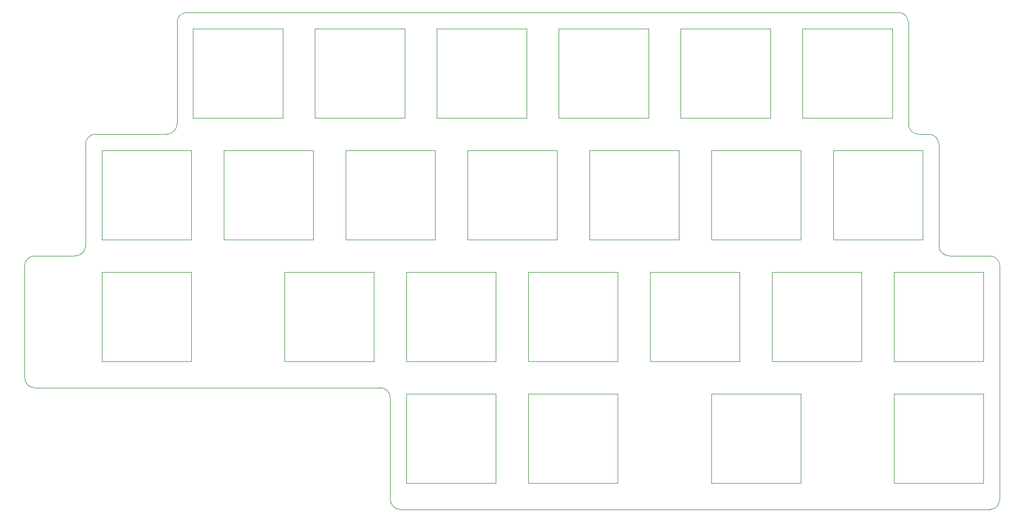
<source format=gm1>
G04 #@! TF.GenerationSoftware,KiCad,Pcbnew,(5.1.10-1-10_14)*
G04 #@! TF.CreationDate,2021-09-11T20:30:58+10:00*
G04 #@! TF.ProjectId,WTL-Split-Plates-Left,57544c2d-5370-46c6-9974-2d506c617465,rev?*
G04 #@! TF.SameCoordinates,Original*
G04 #@! TF.FileFunction,Profile,NP*
%FSLAX46Y46*%
G04 Gerber Fmt 4.6, Leading zero omitted, Abs format (unit mm)*
G04 Created by KiCad (PCBNEW (5.1.10-1-10_14)) date 2021-09-11 20:30:58*
%MOMM*%
%LPD*%
G01*
G04 APERTURE LIST*
G04 #@! TA.AperFunction,Profile*
%ADD10C,0.050000*%
G04 #@! TD*
G04 #@! TA.AperFunction,Profile*
%ADD11C,0.120000*%
G04 #@! TD*
G04 APERTURE END LIST*
D10*
X107950000Y-69850000D02*
X101600000Y-69850000D01*
X109537500Y-52387500D02*
X109537500Y-68262500D01*
X122237500Y-50800000D02*
X111125000Y-50800000D01*
X123825000Y-33337500D02*
X123825000Y-49212500D01*
X236537500Y-31750000D02*
X125412500Y-31750000D01*
X238125000Y-49212500D02*
X238125000Y-33337500D01*
X241300000Y-50800000D02*
X239712500Y-50800000D01*
X242887500Y-68262500D02*
X242887500Y-52387500D01*
X250825000Y-69850000D02*
X244475000Y-69850000D01*
X252412500Y-107950000D02*
X252412500Y-71437500D01*
X158750000Y-109537500D02*
X250825000Y-109537500D01*
X157162500Y-92075000D02*
X157162500Y-107950000D01*
X101600000Y-90487500D02*
X155575000Y-90487500D01*
X158750000Y-109537500D02*
G75*
G02*
X157162500Y-107950000I0J1587500D01*
G01*
X155575000Y-90487500D02*
G75*
G02*
X157162500Y-92075000I0J-1587500D01*
G01*
X100012500Y-71437500D02*
X100012500Y-88900000D01*
X101600000Y-90487500D02*
G75*
G02*
X100012500Y-88900000I0J1587500D01*
G01*
X100012500Y-71437500D02*
G75*
G02*
X101600000Y-69850000I1587500J0D01*
G01*
X109537500Y-68262500D02*
G75*
G02*
X107950000Y-69850000I-1587500J0D01*
G01*
X109537500Y-52387500D02*
G75*
G02*
X111125000Y-50800000I1587500J0D01*
G01*
X123825000Y-49212500D02*
G75*
G02*
X122237500Y-50800000I-1587500J0D01*
G01*
X123825000Y-33337500D02*
G75*
G02*
X125412500Y-31750000I1587500J0D01*
G01*
X236537500Y-31750000D02*
G75*
G02*
X238125000Y-33337500I0J-1587500D01*
G01*
X239712500Y-50800000D02*
G75*
G02*
X238125000Y-49212500I0J1587500D01*
G01*
X241300000Y-50800000D02*
G75*
G02*
X242887500Y-52387500I0J-1587500D01*
G01*
X244475000Y-69850000D02*
G75*
G02*
X242887500Y-68262500I0J1587500D01*
G01*
X250825000Y-69850000D02*
G75*
G02*
X252412500Y-71437500I0J-1587500D01*
G01*
X252412500Y-107950000D02*
G75*
G02*
X250825000Y-109537500I-1587500J0D01*
G01*
D11*
X207312500Y-91425000D02*
X207312500Y-105425000D01*
X207312500Y-105425000D02*
X221312500Y-105425000D01*
X221312500Y-105425000D02*
X221312500Y-91425000D01*
X221312500Y-91425000D02*
X207312500Y-91425000D01*
X235887500Y-91425000D02*
X235887500Y-105425000D01*
X235887500Y-105425000D02*
X249887500Y-105425000D01*
X249887500Y-105425000D02*
X249887500Y-91425000D01*
X249887500Y-91425000D02*
X235887500Y-91425000D01*
X159687500Y-91425000D02*
X159687500Y-105425000D01*
X159687500Y-105425000D02*
X173687500Y-105425000D01*
X173687500Y-105425000D02*
X173687500Y-91425000D01*
X173687500Y-91425000D02*
X159687500Y-91425000D01*
X178737500Y-91425000D02*
X178737500Y-105425000D01*
X178737500Y-105425000D02*
X192737500Y-105425000D01*
X192737500Y-105425000D02*
X192737500Y-91425000D01*
X192737500Y-91425000D02*
X178737500Y-91425000D01*
X112062500Y-72375000D02*
X112062500Y-86375000D01*
X112062500Y-86375000D02*
X126062500Y-86375000D01*
X126062500Y-86375000D02*
X126062500Y-72375000D01*
X126062500Y-72375000D02*
X112062500Y-72375000D01*
X112062500Y-53325000D02*
X112062500Y-67325000D01*
X112062500Y-67325000D02*
X126062500Y-67325000D01*
X126062500Y-67325000D02*
X126062500Y-53325000D01*
X126062500Y-53325000D02*
X112062500Y-53325000D01*
X235887500Y-72375000D02*
X235887500Y-86375000D01*
X235887500Y-86375000D02*
X249887500Y-86375000D01*
X249887500Y-86375000D02*
X249887500Y-72375000D01*
X249887500Y-72375000D02*
X235887500Y-72375000D01*
X216837500Y-72375000D02*
X216837500Y-86375000D01*
X216837500Y-86375000D02*
X230837500Y-86375000D01*
X230837500Y-86375000D02*
X230837500Y-72375000D01*
X230837500Y-72375000D02*
X216837500Y-72375000D01*
X159687500Y-72375000D02*
X159687500Y-86375000D01*
X159687500Y-86375000D02*
X173687500Y-86375000D01*
X173687500Y-86375000D02*
X173687500Y-72375000D01*
X173687500Y-72375000D02*
X159687500Y-72375000D01*
X140637500Y-72375000D02*
X140637500Y-86375000D01*
X140637500Y-86375000D02*
X154637500Y-86375000D01*
X154637500Y-86375000D02*
X154637500Y-72375000D01*
X154637500Y-72375000D02*
X140637500Y-72375000D01*
X197787500Y-72375000D02*
X197787500Y-86375000D01*
X197787500Y-86375000D02*
X211787500Y-86375000D01*
X211787500Y-86375000D02*
X211787500Y-72375000D01*
X211787500Y-72375000D02*
X197787500Y-72375000D01*
X178737500Y-72375000D02*
X178737500Y-86375000D01*
X178737500Y-86375000D02*
X192737500Y-86375000D01*
X192737500Y-86375000D02*
X192737500Y-72375000D01*
X192737500Y-72375000D02*
X178737500Y-72375000D01*
X226362500Y-53325000D02*
X226362500Y-67325000D01*
X226362500Y-67325000D02*
X240362500Y-67325000D01*
X240362500Y-67325000D02*
X240362500Y-53325000D01*
X240362500Y-53325000D02*
X226362500Y-53325000D01*
X207312500Y-53325000D02*
X207312500Y-67325000D01*
X207312500Y-67325000D02*
X221312500Y-67325000D01*
X221312500Y-67325000D02*
X221312500Y-53325000D01*
X221312500Y-53325000D02*
X207312500Y-53325000D01*
X150162500Y-53325000D02*
X150162500Y-67325000D01*
X150162500Y-67325000D02*
X164162500Y-67325000D01*
X164162500Y-67325000D02*
X164162500Y-53325000D01*
X164162500Y-53325000D02*
X150162500Y-53325000D01*
X131112500Y-53325000D02*
X131112500Y-67325000D01*
X131112500Y-67325000D02*
X145112500Y-67325000D01*
X145112500Y-67325000D02*
X145112500Y-53325000D01*
X145112500Y-53325000D02*
X131112500Y-53325000D01*
X188262500Y-53325000D02*
X188262500Y-67325000D01*
X188262500Y-67325000D02*
X202262500Y-67325000D01*
X202262500Y-67325000D02*
X202262500Y-53325000D01*
X202262500Y-53325000D02*
X188262500Y-53325000D01*
X169212500Y-53325000D02*
X169212500Y-67325000D01*
X169212500Y-67325000D02*
X183212500Y-67325000D01*
X183212500Y-67325000D02*
X183212500Y-53325000D01*
X183212500Y-53325000D02*
X169212500Y-53325000D01*
X145400000Y-34275000D02*
X145400000Y-48275000D01*
X145400000Y-48275000D02*
X159400000Y-48275000D01*
X159400000Y-48275000D02*
X159400000Y-34275000D01*
X159400000Y-34275000D02*
X145400000Y-34275000D01*
X126350000Y-34275000D02*
X126350000Y-48275000D01*
X126350000Y-48275000D02*
X140350000Y-48275000D01*
X140350000Y-48275000D02*
X140350000Y-34275000D01*
X140350000Y-34275000D02*
X126350000Y-34275000D01*
X183500000Y-34275000D02*
X183500000Y-48275000D01*
X183500000Y-48275000D02*
X197500000Y-48275000D01*
X197500000Y-48275000D02*
X197500000Y-34275000D01*
X197500000Y-34275000D02*
X183500000Y-34275000D01*
X164450000Y-34275000D02*
X164450000Y-48275000D01*
X164450000Y-48275000D02*
X178450000Y-48275000D01*
X178450000Y-48275000D02*
X178450000Y-34275000D01*
X178450000Y-34275000D02*
X164450000Y-34275000D01*
X202550000Y-34275000D02*
X202550000Y-48275000D01*
X202550000Y-48275000D02*
X216550000Y-48275000D01*
X216550000Y-48275000D02*
X216550000Y-34275000D01*
X216550000Y-34275000D02*
X202550000Y-34275000D01*
X221600000Y-34275000D02*
X221600000Y-48275000D01*
X221600000Y-48275000D02*
X235600000Y-48275000D01*
X235600000Y-48275000D02*
X235600000Y-34275000D01*
X235600000Y-34275000D02*
X221600000Y-34275000D01*
M02*

</source>
